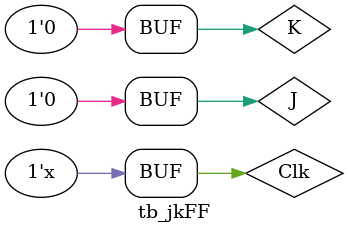
<source format=v>
`timescale 1ns / 1ps


module tb_jkFF();

reg J,K,Clk;
wire Q,Qbar;

jkFF uut(.J(J),.K(K),.Clk(Clk),.Q(Q),.Qbar(Qbar));

always begin
    #05 Clk = ~Clk;
end

initial begin
    J = 0;
    K = 0;
    Clk  = 0;
    
    #10 J = 0; K = 1;
    #10 J = 0; K = 0;
    #10 J = 1; K = 0;
    #10 J = 1; K = 1;
    #10 J = 0; K = 0;
    #10 J = 1; K = 1;
    #10 J = 1; K = 1;
    #10 J = 0; K = 0;
    
end
endmodule

</source>
